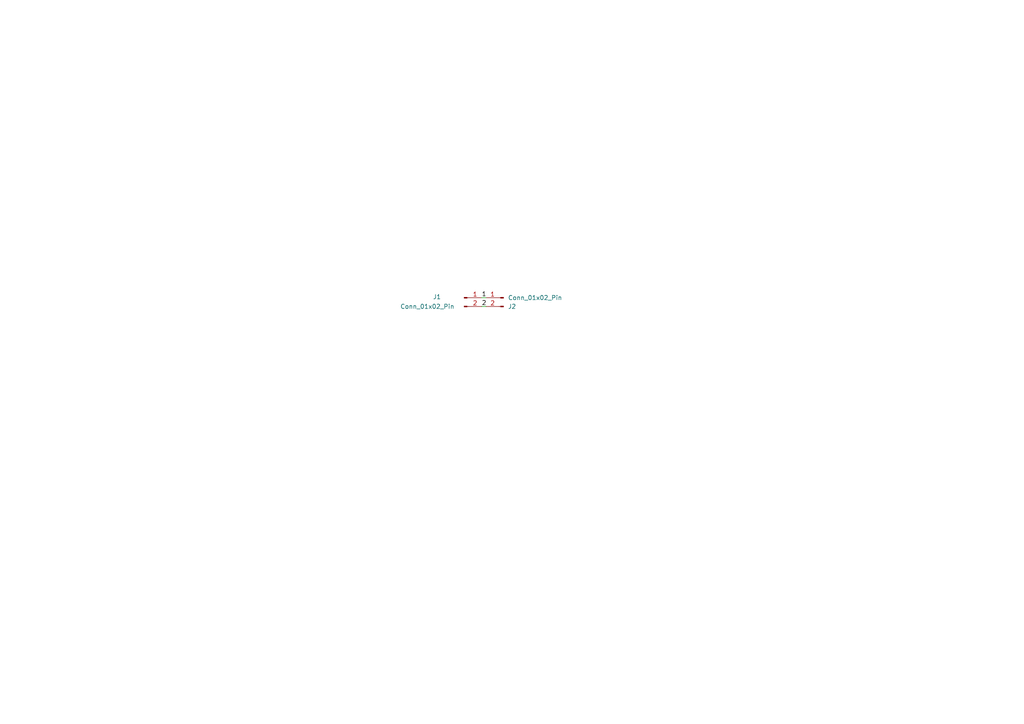
<source format=kicad_sch>
(kicad_sch (version 20231120) (generator "eeschema") (generator_version "8.0")
  (paper "A4")
  (lib_symbols
    (symbol "Connector:Conn_01x02_Pin" (pin_names (offset 1.016) hide)
      (property "Reference" "J" (at 0 2.54 0))
      (property "Value" "Conn_01x02_Pin" (at 0 -5.08 0))
      (symbol "Conn_01x02_Pin_1_1"
        (polyline (pts (xy 1.27 -2.54) (xy 0.8636 -2.54)) (stroke (width 0.1524)))
        (polyline (pts (xy 1.27 0) (xy 0.8636 0)) (stroke (width 0.1524)))
        (rectangle (start 0.8636 -2.413) (end 0 -2.667) (stroke (width 0.1524)) (fill (type outline)))
        (rectangle (start 0.8636 0.127) (end 0 -0.127) (stroke (width 0.1524)) (fill (type outline)))
        (pin passive line (at 5.08 0 180) (length 3.81) (name "Pin_1") (number "1"))
        (pin passive line (at 5.08 -2.54 180) (length 3.81) (name "Pin_2") (number "2"))
      )
    )
  )
  (wire (pts (xy 140.97 88.9) (xy 139.7 88.9)))
  (wire (pts (xy 140.97 86.36) (xy 139.7 86.36)))
  (label "1" (at 139.7 86.36 0))
  (label "2" (at 139.7 88.9 0))
  (symbol (lib_id "Connector:Conn_01x02_Pin") (at 146.05 86.36 0) (mirror y) (unit 1)
    (property "Reference" "J2" (at 147.32 88.9001 0) (effects (justify right)))
    (property "Value" "Conn_01x02_Pin" (at 147.32 86.3601 0) (effects (justify right)))
    (property "Footprint" "Resistor_SMD:R_0201_0603Metric" (effects (hide yes)))
    (property "Description" "Generic connector, single row, 01x02, script generated" (effects (hide yes)))
  )
  (symbol (lib_id "Connector:Conn_01x02_Pin") (at 134.62 86.36 0) (unit 1)
    (property "Reference" "J1" (at 126.746 86.106 0))
    (property "Value" "Conn_01x02_Pin" (at 123.952 88.9 0))
    (property "Footprint" "Connector_AMASS:AMASS_XT30UPB-F_1x02_P5.0mm_Vertical" (effects (hide yes)))
    (property "Description" "Generic connector, single row, 01x02, script generated" (effects (hide yes)))
  )
)
</source>
